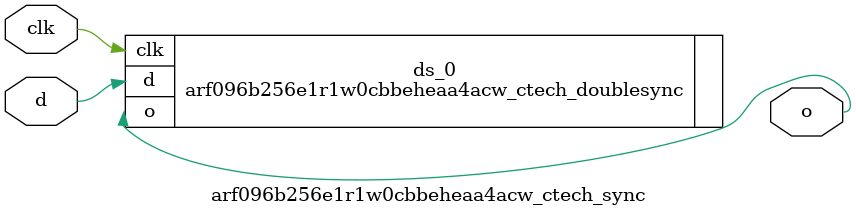
<source format=sv>

`ifndef ARF096B256E1R1W0CBBEHEAA4ACW_CTECH_SYNC_SV
`define ARF096B256E1R1W0CBBEHEAA4ACW_CTECH_SYNC_SV

module arf096b256e1r1w0cbbeheaa4acw_ctech_sync (
  input  logic  clk,
  input  logic  d,

  output logic  o
);

  arf096b256e1r1w0cbbeheaa4acw_ctech_doublesync ds_0 (.o(o), .d(d), .clk(clk));

endmodule // arf096b256e1r1w0cbbeheaa4acw_ctech_sync

`endif // ARF096B256E1R1W0CBBEHEAA4ACW_CTECH_SYNC_SV
</source>
